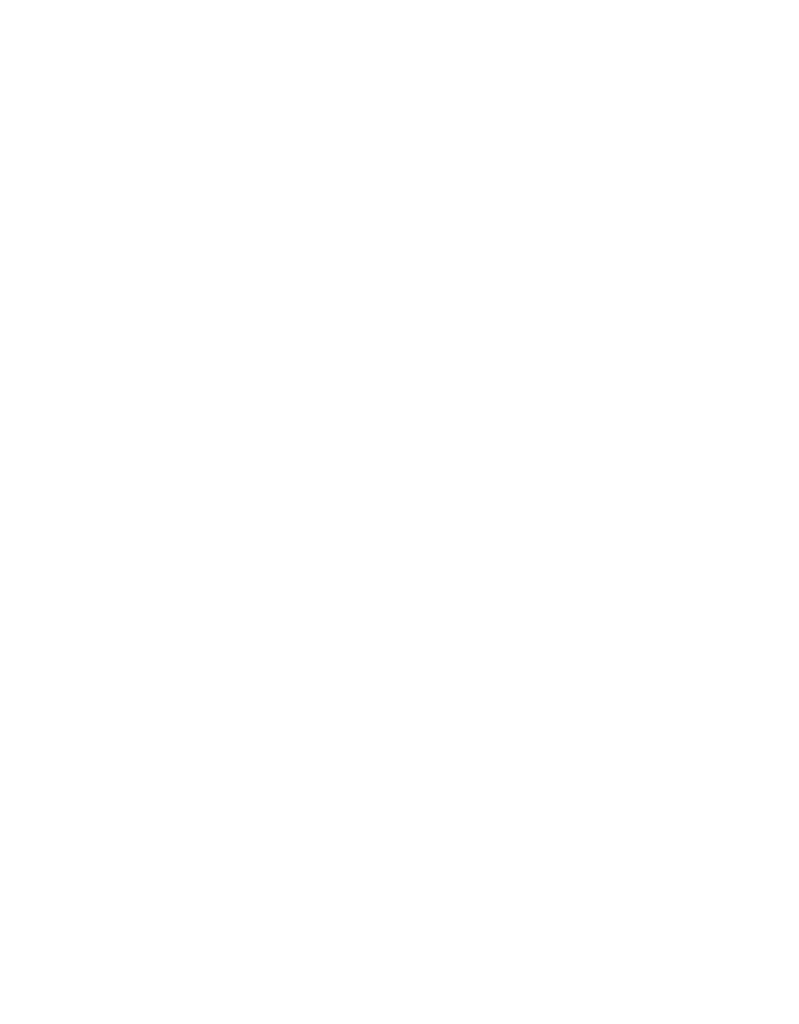
<source format=kicad_pcb>
(kicad_pcb (version 20171130) (host pcbnew 5.1.10-88a1d61d58~88~ubuntu20.04.1)

  (general
    (thickness 1.6)
    (drawings 57)
    (tracks 0)
    (zones 0)
    (modules 0)
    (nets 1)
  )

  (page A4)
  (layers
    (0 F.Cu signal)
    (31 B.Cu signal)
    (32 B.Adhes user)
    (33 F.Adhes user)
    (34 B.Paste user)
    (35 F.Paste user)
    (36 B.SilkS user)
    (37 F.SilkS user)
    (38 B.Mask user)
    (39 F.Mask user)
    (40 Dwgs.User user)
    (41 Cmts.User user)
    (42 Eco1.User user)
    (43 Eco2.User user)
    (44 Edge.Cuts user)
    (45 Margin user)
    (46 B.CrtYd user)
    (47 F.CrtYd user)
    (48 B.Fab user hide)
    (49 F.Fab user hide)
  )

  (setup
    (last_trace_width 0.25)
    (user_trace_width 0.3)
    (user_trace_width 0.4)
    (user_trace_width 0.5)
    (user_trace_width 1)
    (trace_clearance 0.2)
    (zone_clearance 0.508)
    (zone_45_only no)
    (trace_min 0.2)
    (via_size 0.8)
    (via_drill 0.4)
    (via_min_size 0.4)
    (via_min_drill 0.3)
    (user_via 1 0.8)
    (uvia_size 0.3)
    (uvia_drill 0.1)
    (uvias_allowed no)
    (uvia_min_size 0.2)
    (uvia_min_drill 0.1)
    (edge_width 0.05)
    (segment_width 0.2)
    (pcb_text_width 0.3)
    (pcb_text_size 1.5 1.5)
    (mod_edge_width 0.12)
    (mod_text_size 1 1)
    (mod_text_width 0.15)
    (pad_size 2.72 3.24)
    (pad_drill 1.1)
    (pad_to_mask_clearance 0.05)
    (aux_axis_origin 0 0)
    (visible_elements FFFFFF7F)
    (pcbplotparams
      (layerselection 0x010f0_ffffffff)
      (usegerberextensions false)
      (usegerberattributes true)
      (usegerberadvancedattributes true)
      (creategerberjobfile false)
      (excludeedgelayer true)
      (linewidth 0.100000)
      (plotframeref false)
      (viasonmask false)
      (mode 1)
      (useauxorigin false)
      (hpglpennumber 1)
      (hpglpenspeed 20)
      (hpglpendiameter 15.000000)
      (psnegative false)
      (psa4output false)
      (plotreference true)
      (plotvalue true)
      (plotinvisibletext false)
      (padsonsilk false)
      (subtractmaskfromsilk false)
      (outputformat 1)
      (mirror false)
      (drillshape 0)
      (scaleselection 1)
      (outputdirectory "../construction_docs/gerbers/"))
  )

  (net 0 "")

  (net_class Default "This is the default net class."
    (clearance 0.2)
    (trace_width 0.25)
    (via_dia 0.8)
    (via_drill 0.4)
    (uvia_dia 0.3)
    (uvia_drill 0.1)
  )

  (gr_circle (center 116.84 123.825) (end 121.64 123.825) (layer Dwgs.User) (width 0.15) (tstamp 60C2A738))
  (gr_text "Hammond 1590BB size enclosure" (at 116.84 26.035) (layer Dwgs.User) (tstamp 60C2A3AE)
    (effects (font (size 3 3) (thickness 0.15)))
  )
  (gr_text footswitch (at 116.84 115.57) (layer Dwgs.User) (tstamp 60C2A2B9)
    (effects (font (size 3 3) (thickness 0.15)))
  )
  (gr_line (start 134.62 52.07) (end 136.525 50.165) (layer Dwgs.User) (width 0.15) (tstamp 60C2A27F))
  (gr_line (start 134.62 52.07) (end 134.62 45.085) (layer Dwgs.User) (width 0.15) (tstamp 60C2A27E))
  (gr_line (start 134.62 52.07) (end 132.715 50.165) (layer Dwgs.User) (width 0.15) (tstamp 60C2A27D))
  (gr_line (start 147.32 77.47) (end 132.08 77.47) (layer Dwgs.User) (width 0.15) (tstamp 60C2A268))
  (gr_line (start 147.32 64.77) (end 145.415 66.675) (layer Dwgs.User) (width 0.15) (tstamp 60C2A256))
  (gr_line (start 147.32 64.77) (end 149.225 66.675) (layer Dwgs.User) (width 0.15) (tstamp 60C2A255))
  (gr_line (start 147.32 64.77) (end 147.32 77.47) (layer Dwgs.User) (width 0.15) (tstamp 60C2A254))
  (gr_line (start 86.36 64.77) (end 84.455 66.675) (layer Dwgs.User) (width 0.15) (tstamp 60C2A256))
  (gr_line (start 86.36 64.77) (end 88.265 66.675) (layer Dwgs.User) (width 0.15) (tstamp 60C2A255))
  (gr_line (start 86.36 64.77) (end 86.36 77.47) (layer Dwgs.User) (width 0.15) (tstamp 60C2A254))
  (gr_line (start 106.68 77.47) (end 86.36 77.47) (layer Dwgs.User) (width 0.15))
  (gr_line (start 116.84 64.77) (end 118.745 66.675) (layer Dwgs.User) (width 0.15))
  (gr_line (start 116.84 64.77) (end 114.935 66.675) (layer Dwgs.User) (width 0.15))
  (gr_line (start 116.84 64.77) (end 116.84 74.295) (layer Dwgs.User) (width 0.15))
  (gr_text "1/4\" pots" (at 119.38 77.47) (layer Dwgs.User)
    (effects (font (size 3 3) (thickness 0.15)))
  )
  (gr_text "3mm LED" (at 134.62 42.545) (layer Dwgs.User) (tstamp 60C2A1C9)
    (effects (font (size 3 3) (thickness 0.15)))
  )
  (gr_text M3 (at 152.4 99.06) (layer Dwgs.User) (tstamp 60C2A1C9)
    (effects (font (size 3 3) (thickness 0.15)))
  )
  (gr_text M3 (at 81.28 99.06) (layer Dwgs.User) (tstamp 60C2A1C9)
    (effects (font (size 3 3) (thickness 0.15)))
  )
  (gr_text M3 (at 81.28 33.655) (layer Dwgs.User) (tstamp 60C2A1C9)
    (effects (font (size 3 3) (thickness 0.15)))
  )
  (gr_text M3 (at 152.4 33.02) (layer Dwgs.User)
    (effects (font (size 3 3) (thickness 0.15)))
  )
  (gr_circle (center 86.36 58.42) (end 89.91 58.42) (layer Dwgs.User) (width 0.15) (tstamp 60C2A125))
  (gr_circle (center 116.84 58.42) (end 120.39 58.42) (layer Dwgs.User) (width 0.15) (tstamp 60C2A125))
  (gr_circle (center 147.32 58.42) (end 150.87 58.42) (layer Dwgs.User) (width 0.15) (tstamp 60C2A0E6))
  (gr_circle (center 134.62 58.42) (end 136.17 58.42) (layer Dwgs.User) (width 0.15) (tstamp 60C2A0E6))
  (gr_circle (center 152.4 106.68) (end 154 106.68) (layer Dwgs.User) (width 0.15) (tstamp 60C2A0E6))
  (gr_circle (center 81.28 106.68) (end 82.88 106.68) (layer Dwgs.User) (width 0.15) (tstamp 60C2A0E6))
  (gr_circle (center 81.28 40.64) (end 82.88 40.64) (layer Dwgs.User) (width 0.15) (tstamp 60C2A0E6))
  (gr_circle (center 152.4 40.64) (end 154 40.64) (layer Dwgs.User) (width 0.15))
  (gr_arc (start 75.565 133.985) (end 71.755 133.985) (angle -90) (layer Dwgs.User) (width 0.15) (tstamp 60C29EA6))
  (gr_arc (start 158.115 133.985) (end 158.115 137.795) (angle -90) (layer Dwgs.User) (width 0.15) (tstamp 60C29EA6))
  (gr_arc (start 75.565 26.035) (end 75.565 22.225) (angle -90) (layer Dwgs.User) (width 0.15) (tstamp 60C29EA6))
  (gr_arc (start 158.115 26.035) (end 161.925 26.035) (angle -90) (layer Dwgs.User) (width 0.15))
  (gr_line (start 122.555 123.825) (end 111.125 123.825) (layer Dwgs.User) (width 0.15) (tstamp 60C29DDB))
  (gr_line (start 116.84 129.54) (end 116.84 118.11) (layer Dwgs.User) (width 0.15) (tstamp 60C29DDA))
  (gr_line (start 71.755 26.035) (end 71.755 133.985) (layer Dwgs.User) (width 0.15) (tstamp 60C29D88))
  (gr_line (start 158.115 22.225) (end 75.565 22.225) (layer Dwgs.User) (width 0.15))
  (gr_line (start 161.925 133.985) (end 161.925 26.035) (layer Dwgs.User) (width 0.15))
  (gr_line (start 75.565 137.795) (end 158.115 137.795) (layer Dwgs.User) (width 0.15))
  (gr_line (start 86.36 106.68) (end 76.2 106.68) (layer Dwgs.User) (width 0.15) (tstamp 60C29D08))
  (gr_line (start 81.28 111.76) (end 81.28 101.6) (layer Dwgs.User) (width 0.15) (tstamp 60C29D07))
  (gr_line (start 157.48 106.68) (end 147.32 106.68) (layer Dwgs.User) (width 0.15) (tstamp 60C29D08))
  (gr_line (start 152.4 111.76) (end 152.4 101.6) (layer Dwgs.User) (width 0.15) (tstamp 60C29D07))
  (gr_line (start 157.48 40.64) (end 147.32 40.64) (layer Dwgs.User) (width 0.15) (tstamp 60C29D08))
  (gr_line (start 152.4 45.72) (end 152.4 35.56) (layer Dwgs.User) (width 0.15) (tstamp 60C29D07))
  (gr_line (start 86.36 40.64) (end 76.2 40.64) (layer Dwgs.User) (width 0.15) (tstamp 60C29D08))
  (gr_line (start 81.28 45.72) (end 81.28 35.56) (layer Dwgs.User) (width 0.15) (tstamp 60C29D07))
  (gr_line (start 91.44 58.42) (end 81.28 58.42) (layer Dwgs.User) (width 0.15) (tstamp 60C29D08))
  (gr_line (start 86.36 63.5) (end 86.36 53.34) (layer Dwgs.User) (width 0.15) (tstamp 60C29D07))
  (gr_line (start 121.92 58.42) (end 111.76 58.42) (layer Dwgs.User) (width 0.15) (tstamp 60C29D08))
  (gr_line (start 116.84 63.5) (end 116.84 53.34) (layer Dwgs.User) (width 0.15) (tstamp 60C29D07))
  (gr_line (start 139.7 58.42) (end 129.54 58.42) (layer Dwgs.User) (width 0.15))
  (gr_line (start 134.62 63.5) (end 134.62 53.34) (layer Dwgs.User) (width 0.15))
  (gr_line (start 142.24 58.42) (end 152.4 58.42) (layer Dwgs.User) (width 0.15))
  (gr_line (start 147.32 63.5) (end 147.32 53.34) (layer Dwgs.User) (width 0.15))

)

</source>
